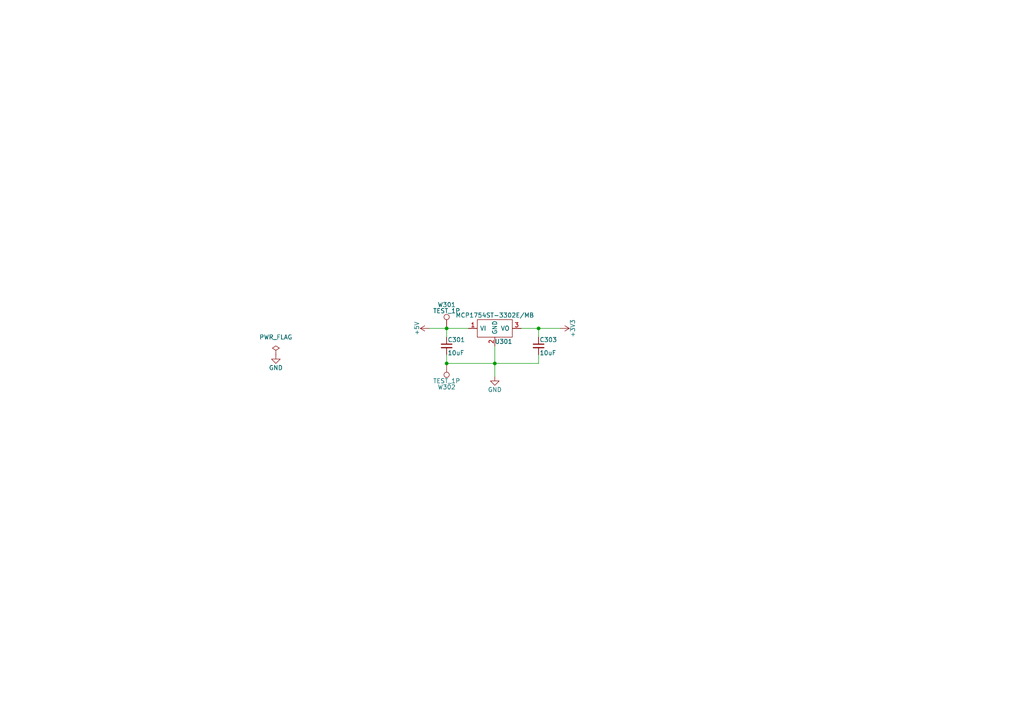
<source format=kicad_sch>
(kicad_sch
	(version 20250114)
	(generator "eeschema")
	(generator_version "9.0")
	(uuid "39d87073-d9c4-4791-9080-d5596f50f1b0")
	(paper "A4")
	(lib_symbols
		(symbol "+3V3_1"
			(power)
			(pin_names
				(offset 0)
			)
			(exclude_from_sim no)
			(in_bom yes)
			(on_board yes)
			(property "Reference" "#PWR"
				(at 0 -3.81 0)
				(effects
					(font
						(size 1.27 1.27)
					)
					(hide yes)
				)
			)
			(property "Value" "+3V3"
				(at 0 3.556 0)
				(effects
					(font
						(size 1.27 1.27)
					)
				)
			)
			(property "Footprint" ""
				(at 0 0 0)
				(effects
					(font
						(size 1.27 1.27)
					)
				)
			)
			(property "Datasheet" ""
				(at 0 0 0)
				(effects
					(font
						(size 1.27 1.27)
					)
				)
			)
			(property "Description" ""
				(at 0 0 0)
				(effects
					(font
						(size 1.27 1.27)
					)
					(hide yes)
				)
			)
			(property "Field5" ""
				(at 0 0 0)
				(effects
					(font
						(size 1.27 1.27)
					)
					(hide yes)
				)
			)
			(symbol "+3V3_1_0_1"
				(polyline
					(pts
						(xy -0.762 1.27) (xy 0 2.54)
					)
					(stroke
						(width 0)
						(type solid)
					)
					(fill
						(type none)
					)
				)
				(polyline
					(pts
						(xy 0 2.54) (xy 0.762 1.27)
					)
					(stroke
						(width 0)
						(type solid)
					)
					(fill
						(type none)
					)
				)
				(polyline
					(pts
						(xy 0 0) (xy 0 2.54)
					)
					(stroke
						(width 0)
						(type solid)
					)
					(fill
						(type none)
					)
				)
			)
			(symbol "+3V3_1_1_1"
				(pin power_in line
					(at 0 0 90)
					(length 0)
					(hide yes)
					(name "+3V3"
						(effects
							(font
								(size 1.27 1.27)
							)
						)
					)
					(number "1"
						(effects
							(font
								(size 1.27 1.27)
							)
						)
					)
				)
			)
			(embedded_fonts no)
		)
		(symbol "+3V3_2"
			(power)
			(pin_names
				(offset 0)
			)
			(exclude_from_sim no)
			(in_bom yes)
			(on_board yes)
			(property "Reference" "#PWR"
				(at 0 -3.81 0)
				(effects
					(font
						(size 1.27 1.27)
					)
					(hide yes)
				)
			)
			(property "Value" "+3V3"
				(at 0 3.556 0)
				(effects
					(font
						(size 1.27 1.27)
					)
				)
			)
			(property "Footprint" ""
				(at 0 0 0)
				(effects
					(font
						(size 1.27 1.27)
					)
				)
			)
			(property "Datasheet" ""
				(at 0 0 0)
				(effects
					(font
						(size 1.27 1.27)
					)
				)
			)
			(property "Description" ""
				(at 0 0 0)
				(effects
					(font
						(size 1.27 1.27)
					)
					(hide yes)
				)
			)
			(property "Field5" ""
				(at 0 0 0)
				(effects
					(font
						(size 1.27 1.27)
					)
					(hide yes)
				)
			)
			(symbol "+3V3_2_0_1"
				(polyline
					(pts
						(xy -0.762 1.27) (xy 0 2.54)
					)
					(stroke
						(width 0)
						(type solid)
					)
					(fill
						(type none)
					)
				)
				(polyline
					(pts
						(xy 0 2.54) (xy 0.762 1.27)
					)
					(stroke
						(width 0)
						(type solid)
					)
					(fill
						(type none)
					)
				)
				(polyline
					(pts
						(xy 0 0) (xy 0 2.54)
					)
					(stroke
						(width 0)
						(type solid)
					)
					(fill
						(type none)
					)
				)
			)
			(symbol "+3V3_2_1_1"
				(pin power_in line
					(at 0 0 90)
					(length 0)
					(hide yes)
					(name "+3V3"
						(effects
							(font
								(size 1.27 1.27)
							)
						)
					)
					(number "1"
						(effects
							(font
								(size 1.27 1.27)
							)
						)
					)
				)
			)
			(embedded_fonts no)
		)
		(symbol "+5V_1"
			(power)
			(pin_names
				(offset 0)
			)
			(exclude_from_sim no)
			(in_bom yes)
			(on_board yes)
			(property "Reference" "#PWR"
				(at 0 -3.81 0)
				(effects
					(font
						(size 1.27 1.27)
					)
					(hide yes)
				)
			)
			(property "Value" "+5V"
				(at 0 3.556 0)
				(effects
					(font
						(size 1.27 1.27)
					)
				)
			)
			(property "Footprint" ""
				(at 0 0 0)
				(effects
					(font
						(size 1.27 1.27)
					)
				)
			)
			(property "Datasheet" ""
				(at 0 0 0)
				(effects
					(font
						(size 1.27 1.27)
					)
				)
			)
			(property "Description" ""
				(at 0 0 0)
				(effects
					(font
						(size 1.27 1.27)
					)
					(hide yes)
				)
			)
			(property "Field5" ""
				(at 0 0 0)
				(effects
					(font
						(size 1.27 1.27)
					)
					(hide yes)
				)
			)
			(symbol "+5V_1_0_1"
				(polyline
					(pts
						(xy -0.762 1.27) (xy 0 2.54)
					)
					(stroke
						(width 0)
						(type solid)
					)
					(fill
						(type none)
					)
				)
				(polyline
					(pts
						(xy 0 2.54) (xy 0.762 1.27)
					)
					(stroke
						(width 0)
						(type solid)
					)
					(fill
						(type none)
					)
				)
				(polyline
					(pts
						(xy 0 0) (xy 0 2.54)
					)
					(stroke
						(width 0)
						(type solid)
					)
					(fill
						(type none)
					)
				)
			)
			(symbol "+5V_1_1_1"
				(pin power_in line
					(at 0 0 90)
					(length 0)
					(hide yes)
					(name "+5V"
						(effects
							(font
								(size 1.27 1.27)
							)
						)
					)
					(number "1"
						(effects
							(font
								(size 1.27 1.27)
							)
						)
					)
				)
			)
			(embedded_fonts no)
		)
		(symbol "+5V_2"
			(power)
			(pin_names
				(offset 0)
			)
			(exclude_from_sim no)
			(in_bom yes)
			(on_board yes)
			(property "Reference" "#PWR"
				(at 0 -3.81 0)
				(effects
					(font
						(size 1.27 1.27)
					)
					(hide yes)
				)
			)
			(property "Value" "+5V"
				(at 0 3.556 0)
				(effects
					(font
						(size 1.27 1.27)
					)
				)
			)
			(property "Footprint" ""
				(at 0 0 0)
				(effects
					(font
						(size 1.27 1.27)
					)
				)
			)
			(property "Datasheet" ""
				(at 0 0 0)
				(effects
					(font
						(size 1.27 1.27)
					)
				)
			)
			(property "Description" ""
				(at 0 0 0)
				(effects
					(font
						(size 1.27 1.27)
					)
					(hide yes)
				)
			)
			(property "Field5" ""
				(at 0 0 0)
				(effects
					(font
						(size 1.27 1.27)
					)
					(hide yes)
				)
			)
			(symbol "+5V_2_0_1"
				(polyline
					(pts
						(xy -0.762 1.27) (xy 0 2.54)
					)
					(stroke
						(width 0)
						(type solid)
					)
					(fill
						(type none)
					)
				)
				(polyline
					(pts
						(xy 0 2.54) (xy 0.762 1.27)
					)
					(stroke
						(width 0)
						(type solid)
					)
					(fill
						(type none)
					)
				)
				(polyline
					(pts
						(xy 0 0) (xy 0 2.54)
					)
					(stroke
						(width 0)
						(type solid)
					)
					(fill
						(type none)
					)
				)
			)
			(symbol "+5V_2_1_1"
				(pin power_in line
					(at 0 0 90)
					(length 0)
					(hide yes)
					(name "+5V"
						(effects
							(font
								(size 1.27 1.27)
							)
						)
					)
					(number "1"
						(effects
							(font
								(size 1.27 1.27)
							)
						)
					)
				)
			)
			(embedded_fonts no)
		)
		(symbol "C_Small_1"
			(pin_numbers
				(hide yes)
			)
			(pin_names
				(offset 0.254)
				(hide yes)
			)
			(exclude_from_sim no)
			(in_bom yes)
			(on_board yes)
			(property "Reference" "C"
				(at 0.254 1.778 0)
				(effects
					(font
						(size 1.27 1.27)
					)
					(justify left)
				)
			)
			(property "Value" "C_Small"
				(at 0.254 -2.032 0)
				(effects
					(font
						(size 1.27 1.27)
					)
					(justify left)
				)
			)
			(property "Footprint" ""
				(at 0 0 0)
				(effects
					(font
						(size 1.27 1.27)
					)
				)
			)
			(property "Datasheet" ""
				(at 0 0 0)
				(effects
					(font
						(size 1.27 1.27)
					)
				)
			)
			(property "Description" ""
				(at 0 0 0)
				(effects
					(font
						(size 1.27 1.27)
					)
					(hide yes)
				)
			)
			(property "Field5" ""
				(at 0 0 0)
				(effects
					(font
						(size 1.27 1.27)
					)
					(hide yes)
				)
			)
			(property "ki_fp_filters" "C? C_????_* C_???? SMD*_c Capacitor*"
				(at 0 0 0)
				(effects
					(font
						(size 1.27 1.27)
					)
					(hide yes)
				)
			)
			(symbol "C_Small_1_0_1"
				(polyline
					(pts
						(xy -1.524 0.508) (xy 1.524 0.508)
					)
					(stroke
						(width 0.3048)
						(type solid)
					)
					(fill
						(type none)
					)
				)
				(polyline
					(pts
						(xy -1.524 -0.508) (xy 1.524 -0.508)
					)
					(stroke
						(width 0.3302)
						(type solid)
					)
					(fill
						(type none)
					)
				)
			)
			(symbol "C_Small_1_1_1"
				(pin passive line
					(at 0 2.54 270)
					(length 1.905)
					(name "~"
						(effects
							(font
								(size 1.016 1.016)
							)
						)
					)
					(number "1"
						(effects
							(font
								(size 1.016 1.016)
							)
						)
					)
				)
				(pin passive line
					(at 0 -2.54 90)
					(length 2.032)
					(name "~"
						(effects
							(font
								(size 1.016 1.016)
							)
						)
					)
					(number "2"
						(effects
							(font
								(size 1.016 1.016)
							)
						)
					)
				)
			)
			(embedded_fonts no)
		)
		(symbol "C_Small_2"
			(pin_numbers
				(hide yes)
			)
			(pin_names
				(offset 0.254)
				(hide yes)
			)
			(exclude_from_sim no)
			(in_bom yes)
			(on_board yes)
			(property "Reference" "C"
				(at 0.254 1.778 0)
				(effects
					(font
						(size 1.27 1.27)
					)
					(justify left)
				)
			)
			(property "Value" "C_Small"
				(at 0.254 -2.032 0)
				(effects
					(font
						(size 1.27 1.27)
					)
					(justify left)
				)
			)
			(property "Footprint" ""
				(at 0 0 0)
				(effects
					(font
						(size 1.27 1.27)
					)
				)
			)
			(property "Datasheet" ""
				(at 0 0 0)
				(effects
					(font
						(size 1.27 1.27)
					)
				)
			)
			(property "Description" ""
				(at 0 0 0)
				(effects
					(font
						(size 1.27 1.27)
					)
					(hide yes)
				)
			)
			(property "Field5" ""
				(at 0 0 0)
				(effects
					(font
						(size 1.27 1.27)
					)
					(hide yes)
				)
			)
			(property "ki_fp_filters" "C? C_????_* C_???? SMD*_c Capacitor*"
				(at 0 0 0)
				(effects
					(font
						(size 1.27 1.27)
					)
					(hide yes)
				)
			)
			(symbol "C_Small_2_0_1"
				(polyline
					(pts
						(xy -1.524 0.508) (xy 1.524 0.508)
					)
					(stroke
						(width 0.3048)
						(type solid)
					)
					(fill
						(type none)
					)
				)
				(polyline
					(pts
						(xy -1.524 -0.508) (xy 1.524 -0.508)
					)
					(stroke
						(width 0.3302)
						(type solid)
					)
					(fill
						(type none)
					)
				)
			)
			(symbol "C_Small_2_1_1"
				(pin passive line
					(at 0 2.54 270)
					(length 1.905)
					(name "~"
						(effects
							(font
								(size 1.016 1.016)
							)
						)
					)
					(number "1"
						(effects
							(font
								(size 1.016 1.016)
							)
						)
					)
				)
				(pin passive line
					(at 0 -2.54 90)
					(length 2.032)
					(name "~"
						(effects
							(font
								(size 1.016 1.016)
							)
						)
					)
					(number "2"
						(effects
							(font
								(size 1.016 1.016)
							)
						)
					)
				)
			)
			(embedded_fonts no)
		)
		(symbol "C_Small_3"
			(pin_numbers
				(hide yes)
			)
			(pin_names
				(offset 0.254)
				(hide yes)
			)
			(exclude_from_sim no)
			(in_bom yes)
			(on_board yes)
			(property "Reference" "C"
				(at 0.254 1.778 0)
				(effects
					(font
						(size 1.27 1.27)
					)
					(justify left)
				)
			)
			(property "Value" "C_Small"
				(at 0.254 -2.032 0)
				(effects
					(font
						(size 1.27 1.27)
					)
					(justify left)
				)
			)
			(property "Footprint" ""
				(at 0 0 0)
				(effects
					(font
						(size 1.27 1.27)
					)
				)
			)
			(property "Datasheet" ""
				(at 0 0 0)
				(effects
					(font
						(size 1.27 1.27)
					)
				)
			)
			(property "Description" ""
				(at 0 0 0)
				(effects
					(font
						(size 1.27 1.27)
					)
					(hide yes)
				)
			)
			(property "Field5" ""
				(at 0 0 0)
				(effects
					(font
						(size 1.27 1.27)
					)
					(hide yes)
				)
			)
			(property "ki_fp_filters" "C? C_????_* C_???? SMD*_c Capacitor*"
				(at 0 0 0)
				(effects
					(font
						(size 1.27 1.27)
					)
					(hide yes)
				)
			)
			(symbol "C_Small_3_0_1"
				(polyline
					(pts
						(xy -1.524 0.508) (xy 1.524 0.508)
					)
					(stroke
						(width 0.3048)
						(type solid)
					)
					(fill
						(type none)
					)
				)
				(polyline
					(pts
						(xy -1.524 -0.508) (xy 1.524 -0.508)
					)
					(stroke
						(width 0.3302)
						(type solid)
					)
					(fill
						(type none)
					)
				)
			)
			(symbol "C_Small_3_1_1"
				(pin passive line
					(at 0 2.54 270)
					(length 1.905)
					(name "~"
						(effects
							(font
								(size 1.016 1.016)
							)
						)
					)
					(number "1"
						(effects
							(font
								(size 1.016 1.016)
							)
						)
					)
				)
				(pin passive line
					(at 0 -2.54 90)
					(length 2.032)
					(name "~"
						(effects
							(font
								(size 1.016 1.016)
							)
						)
					)
					(number "2"
						(effects
							(font
								(size 1.016 1.016)
							)
						)
					)
				)
			)
			(embedded_fonts no)
		)
		(symbol "C_Small_4"
			(pin_numbers
				(hide yes)
			)
			(pin_names
				(offset 0.254)
				(hide yes)
			)
			(exclude_from_sim no)
			(in_bom yes)
			(on_board yes)
			(property "Reference" "C"
				(at 0.254 1.778 0)
				(effects
					(font
						(size 1.27 1.27)
					)
					(justify left)
				)
			)
			(property "Value" "C_Small"
				(at 0.254 -2.032 0)
				(effects
					(font
						(size 1.27 1.27)
					)
					(justify left)
				)
			)
			(property "Footprint" ""
				(at 0 0 0)
				(effects
					(font
						(size 1.27 1.27)
					)
				)
			)
			(property "Datasheet" ""
				(at 0 0 0)
				(effects
					(font
						(size 1.27 1.27)
					)
				)
			)
			(property "Description" ""
				(at 0 0 0)
				(effects
					(font
						(size 1.27 1.27)
					)
					(hide yes)
				)
			)
			(property "Field5" ""
				(at 0 0 0)
				(effects
					(font
						(size 1.27 1.27)
					)
					(hide yes)
				)
			)
			(property "ki_fp_filters" "C? C_????_* C_???? SMD*_c Capacitor*"
				(at 0 0 0)
				(effects
					(font
						(size 1.27 1.27)
					)
					(hide yes)
				)
			)
			(symbol "C_Small_4_0_1"
				(polyline
					(pts
						(xy -1.524 0.508) (xy 1.524 0.508)
					)
					(stroke
						(width 0.3048)
						(type solid)
					)
					(fill
						(type none)
					)
				)
				(polyline
					(pts
						(xy -1.524 -0.508) (xy 1.524 -0.508)
					)
					(stroke
						(width 0.3302)
						(type solid)
					)
					(fill
						(type none)
					)
				)
			)
			(symbol "C_Small_4_1_1"
				(pin passive line
					(at 0 2.54 270)
					(length 1.905)
					(name "~"
						(effects
							(font
								(size 1.016 1.016)
							)
						)
					)
					(number "1"
						(effects
							(font
								(size 1.016 1.016)
							)
						)
					)
				)
				(pin passive line
					(at 0 -2.54 90)
					(length 2.032)
					(name "~"
						(effects
							(font
								(size 1.016 1.016)
							)
						)
					)
					(number "2"
						(effects
							(font
								(size 1.016 1.016)
							)
						)
					)
				)
			)
			(embedded_fonts no)
		)
		(symbol "GND_1"
			(power)
			(pin_names
				(offset 0)
			)
			(exclude_from_sim no)
			(in_bom yes)
			(on_board yes)
			(property "Reference" "#PWR"
				(at 0 -6.35 0)
				(effects
					(font
						(size 1.27 1.27)
					)
					(hide yes)
				)
			)
			(property "Value" "GND"
				(at 0 -3.81 0)
				(effects
					(font
						(size 1.27 1.27)
					)
				)
			)
			(property "Footprint" ""
				(at 0 0 0)
				(effects
					(font
						(size 1.27 1.27)
					)
				)
			)
			(property "Datasheet" ""
				(at 0 0 0)
				(effects
					(font
						(size 1.27 1.27)
					)
				)
			)
			(property "Description" ""
				(at 0 0 0)
				(effects
					(font
						(size 1.27 1.27)
					)
					(hide yes)
				)
			)
			(property "Field5" ""
				(at 0 0 0)
				(effects
					(font
						(size 1.27 1.27)
					)
					(hide yes)
				)
			)
			(symbol "GND_1_0_1"
				(polyline
					(pts
						(xy 0 0) (xy 0 -1.27) (xy 1.27 -1.27) (xy 0 -2.54) (xy -1.27 -1.27) (xy 0 -1.27)
					)
					(stroke
						(width 0)
						(type solid)
					)
					(fill
						(type none)
					)
				)
			)
			(symbol "GND_1_1_1"
				(pin power_in line
					(at 0 0 270)
					(length 0)
					(hide yes)
					(name "GND"
						(effects
							(font
								(size 1.27 1.27)
							)
						)
					)
					(number "1"
						(effects
							(font
								(size 1.27 1.27)
							)
						)
					)
				)
			)
			(embedded_fonts no)
		)
		(symbol "GND_2"
			(power)
			(pin_names
				(offset 0)
			)
			(exclude_from_sim no)
			(in_bom yes)
			(on_board yes)
			(property "Reference" "#PWR"
				(at 0 -6.35 0)
				(effects
					(font
						(size 1.27 1.27)
					)
					(hide yes)
				)
			)
			(property "Value" "GND"
				(at 0 -3.81 0)
				(effects
					(font
						(size 1.27 1.27)
					)
				)
			)
			(property "Footprint" ""
				(at 0 0 0)
				(effects
					(font
						(size 1.27 1.27)
					)
				)
			)
			(property "Datasheet" ""
				(at 0 0 0)
				(effects
					(font
						(size 1.27 1.27)
					)
				)
			)
			(property "Description" ""
				(at 0 0 0)
				(effects
					(font
						(size 1.27 1.27)
					)
					(hide yes)
				)
			)
			(property "Field5" ""
				(at 0 0 0)
				(effects
					(font
						(size 1.27 1.27)
					)
					(hide yes)
				)
			)
			(symbol "GND_2_0_1"
				(polyline
					(pts
						(xy 0 0) (xy 0 -1.27) (xy 1.27 -1.27) (xy 0 -2.54) (xy -1.27 -1.27) (xy 0 -1.27)
					)
					(stroke
						(width 0)
						(type solid)
					)
					(fill
						(type none)
					)
				)
			)
			(symbol "GND_2_1_1"
				(pin power_in line
					(at 0 0 270)
					(length 0)
					(hide yes)
					(name "GND"
						(effects
							(font
								(size 1.27 1.27)
							)
						)
					)
					(number "1"
						(effects
							(font
								(size 1.27 1.27)
							)
						)
					)
				)
			)
			(embedded_fonts no)
		)
		(symbol "GND_3"
			(power)
			(pin_names
				(offset 0)
			)
			(exclude_from_sim no)
			(in_bom yes)
			(on_board yes)
			(property "Reference" "#PWR"
				(at 0 -6.35 0)
				(effects
					(font
						(size 1.27 1.27)
					)
					(hide yes)
				)
			)
			(property "Value" "GND"
				(at 0 -3.81 0)
				(effects
					(font
						(size 1.27 1.27)
					)
				)
			)
			(property "Footprint" ""
				(at 0 0 0)
				(effects
					(font
						(size 1.27 1.27)
					)
				)
			)
			(property "Datasheet" ""
				(at 0 0 0)
				(effects
					(font
						(size 1.27 1.27)
					)
				)
			)
			(property "Description" ""
				(at 0 0 0)
				(effects
					(font
						(size 1.27 1.27)
					)
					(hide yes)
				)
			)
			(property "Field5" ""
				(at 0 0 0)
				(effects
					(font
						(size 1.27 1.27)
					)
					(hide yes)
				)
			)
			(symbol "GND_3_0_1"
				(polyline
					(pts
						(xy 0 0) (xy 0 -1.27) (xy 1.27 -1.27) (xy 0 -2.54) (xy -1.27 -1.27) (xy 0 -1.27)
					)
					(stroke
						(width 0)
						(type solid)
					)
					(fill
						(type none)
					)
				)
			)
			(symbol "GND_3_1_1"
				(pin power_in line
					(at 0 0 270)
					(length 0)
					(hide yes)
					(name "GND"
						(effects
							(font
								(size 1.27 1.27)
							)
						)
					)
					(number "1"
						(effects
							(font
								(size 1.27 1.27)
							)
						)
					)
				)
			)
			(embedded_fonts no)
		)
		(symbol "GND_4"
			(power)
			(pin_names
				(offset 0)
			)
			(exclude_from_sim no)
			(in_bom yes)
			(on_board yes)
			(property "Reference" "#PWR"
				(at 0 -6.35 0)
				(effects
					(font
						(size 1.27 1.27)
					)
					(hide yes)
				)
			)
			(property "Value" "GND"
				(at 0 -3.81 0)
				(effects
					(font
						(size 1.27 1.27)
					)
				)
			)
			(property "Footprint" ""
				(at 0 0 0)
				(effects
					(font
						(size 1.27 1.27)
					)
				)
			)
			(property "Datasheet" ""
				(at 0 0 0)
				(effects
					(font
						(size 1.27 1.27)
					)
				)
			)
			(property "Description" ""
				(at 0 0 0)
				(effects
					(font
						(size 1.27 1.27)
					)
					(hide yes)
				)
			)
			(property "Field5" ""
				(at 0 0 0)
				(effects
					(font
						(size 1.27 1.27)
					)
					(hide yes)
				)
			)
			(symbol "GND_4_0_1"
				(polyline
					(pts
						(xy 0 0) (xy 0 -1.27) (xy 1.27 -1.27) (xy 0 -2.54) (xy -1.27 -1.27) (xy 0 -1.27)
					)
					(stroke
						(width 0)
						(type solid)
					)
					(fill
						(type none)
					)
				)
			)
			(symbol "GND_4_1_1"
				(pin power_in line
					(at 0 0 270)
					(length 0)
					(hide yes)
					(name "GND"
						(effects
							(font
								(size 1.27 1.27)
							)
						)
					)
					(number "1"
						(effects
							(font
								(size 1.27 1.27)
							)
						)
					)
				)
			)
			(embedded_fonts no)
		)
		(symbol "MCP1754ST-3302E/MB_1"
			(pin_names
				(offset 0.762)
			)
			(exclude_from_sim no)
			(in_bom yes)
			(on_board yes)
			(property "Reference" "U"
				(at 2.54 -3.81 0)
				(effects
					(font
						(size 1.27 1.27)
					)
				)
			)
			(property "Value" "MCP1754ST-3302E/MB"
				(at 0 3.81 0)
				(effects
					(font
						(size 1.27 1.27)
					)
				)
			)
			(property "Footprint" ""
				(at 0 0 0)
				(effects
					(font
						(size 1.27 1.27)
					)
				)
			)
			(property "Datasheet" ""
				(at 0 0 0)
				(effects
					(font
						(size 1.27 1.27)
					)
				)
			)
			(property "Description" ""
				(at 0 0 0)
				(effects
					(font
						(size 1.27 1.27)
					)
					(hide yes)
				)
			)
			(property "Field5" ""
				(at 0 0 0)
				(effects
					(font
						(size 1.27 1.27)
					)
					(hide yes)
				)
			)
			(property "ki_fp_filters" "SOT-89*"
				(at 0 0 0)
				(effects
					(font
						(size 1.27 1.27)
					)
					(hide yes)
				)
			)
			(symbol "MCP1754ST-3302E/MB_1_0_1"
				(rectangle
					(start -5.08 -2.54)
					(end 5.08 2.54)
					(stroke
						(width 0)
						(type solid)
					)
					(fill
						(type none)
					)
				)
			)
			(symbol "MCP1754ST-3302E/MB_1_1_1"
				(pin power_in line
					(at -7.62 0 0)
					(length 2.54)
					(name "VI"
						(effects
							(font
								(size 1.27 1.27)
							)
						)
					)
					(number "1"
						(effects
							(font
								(size 1.27 1.27)
							)
						)
					)
				)
				(pin power_in line
					(at 0 -5.08 90)
					(length 2.54)
					(name "GND"
						(effects
							(font
								(size 1.27 1.27)
							)
						)
					)
					(number "2"
						(effects
							(font
								(size 1.27 1.27)
							)
						)
					)
				)
				(pin power_out line
					(at 7.62 0 180)
					(length 2.54)
					(name "VO"
						(effects
							(font
								(size 1.27 1.27)
							)
						)
					)
					(number "3"
						(effects
							(font
								(size 1.27 1.27)
							)
						)
					)
				)
			)
			(embedded_fonts no)
		)
		(symbol "MCP1754ST-3302E/MB_2"
			(pin_names
				(offset 0.762)
			)
			(exclude_from_sim no)
			(in_bom yes)
			(on_board yes)
			(property "Reference" "U"
				(at 2.54 -3.81 0)
				(effects
					(font
						(size 1.27 1.27)
					)
				)
			)
			(property "Value" "MCP1754ST-3302E/MB"
				(at 0 3.81 0)
				(effects
					(font
						(size 1.27 1.27)
					)
				)
			)
			(property "Footprint" ""
				(at 0 0 0)
				(effects
					(font
						(size 1.27 1.27)
					)
				)
			)
			(property "Datasheet" ""
				(at 0 0 0)
				(effects
					(font
						(size 1.27 1.27)
					)
				)
			)
			(property "Description" ""
				(at 0 0 0)
				(effects
					(font
						(size 1.27 1.27)
					)
					(hide yes)
				)
			)
			(property "Field5" ""
				(at 0 0 0)
				(effects
					(font
						(size 1.27 1.27)
					)
					(hide yes)
				)
			)
			(property "ki_fp_filters" "SOT-89*"
				(at 0 0 0)
				(effects
					(font
						(size 1.27 1.27)
					)
					(hide yes)
				)
			)
			(symbol "MCP1754ST-3302E/MB_2_0_1"
				(rectangle
					(start -5.08 -2.54)
					(end 5.08 2.54)
					(stroke
						(width 0)
						(type solid)
					)
					(fill
						(type none)
					)
				)
			)
			(symbol "MCP1754ST-3302E/MB_2_1_1"
				(pin power_in line
					(at -7.62 0 0)
					(length 2.54)
					(name "VI"
						(effects
							(font
								(size 1.27 1.27)
							)
						)
					)
					(number "1"
						(effects
							(font
								(size 1.27 1.27)
							)
						)
					)
				)
				(pin power_in line
					(at 0 -5.08 90)
					(length 2.54)
					(name "GND"
						(effects
							(font
								(size 1.27 1.27)
							)
						)
					)
					(number "2"
						(effects
							(font
								(size 1.27 1.27)
							)
						)
					)
				)
				(pin power_out line
					(at 7.62 0 180)
					(length 2.54)
					(name "VO"
						(effects
							(font
								(size 1.27 1.27)
							)
						)
					)
					(number "3"
						(effects
							(font
								(size 1.27 1.27)
							)
						)
					)
				)
			)
			(embedded_fonts no)
		)
		(symbol "TEST_1P_1"
			(pin_numbers
				(hide yes)
			)
			(pin_names
				(offset 0.762)
				(hide yes)
			)
			(exclude_from_sim no)
			(in_bom yes)
			(on_board yes)
			(property "Reference" "W"
				(at 0 6.858 0)
				(effects
					(font
						(size 1.27 1.27)
					)
				)
			)
			(property "Value" "TEST_1P"
				(at 0 5.08 0)
				(effects
					(font
						(size 1.27 1.27)
					)
				)
			)
			(property "Footprint" ""
				(at 5.08 0 0)
				(effects
					(font
						(size 1.27 1.27)
					)
				)
			)
			(property "Datasheet" ""
				(at 5.08 0 0)
				(effects
					(font
						(size 1.27 1.27)
					)
				)
			)
			(property "Description" ""
				(at 0 0 0)
				(effects
					(font
						(size 1.27 1.27)
					)
					(hide yes)
				)
			)
			(property "Field5" ""
				(at 0 0 0)
				(effects
					(font
						(size 1.27 1.27)
					)
					(hide yes)
				)
			)
			(symbol "TEST_1P_1_0_1"
				(circle
					(center 0 3.302)
					(radius 0.762)
					(stroke
						(width 0)
						(type solid)
					)
					(fill
						(type none)
					)
				)
			)
			(symbol "TEST_1P_1_1_1"
				(pin passive line
					(at 0 0 90)
					(length 2.54)
					(name "1"
						(effects
							(font
								(size 1.27 1.27)
							)
						)
					)
					(number "1"
						(effects
							(font
								(size 1.27 1.27)
							)
						)
					)
				)
			)
			(embedded_fonts no)
		)
		(symbol "TEST_1P_2"
			(pin_numbers
				(hide yes)
			)
			(pin_names
				(offset 0.762)
				(hide yes)
			)
			(exclude_from_sim no)
			(in_bom yes)
			(on_board yes)
			(property "Reference" "W"
				(at 0 6.858 0)
				(effects
					(font
						(size 1.27 1.27)
					)
				)
			)
			(property "Value" "TEST_1P"
				(at 0 5.08 0)
				(effects
					(font
						(size 1.27 1.27)
					)
				)
			)
			(property "Footprint" ""
				(at 5.08 0 0)
				(effects
					(font
						(size 1.27 1.27)
					)
				)
			)
			(property "Datasheet" ""
				(at 5.08 0 0)
				(effects
					(font
						(size 1.27 1.27)
					)
				)
			)
			(property "Description" ""
				(at 0 0 0)
				(effects
					(font
						(size 1.27 1.27)
					)
					(hide yes)
				)
			)
			(property "Field5" ""
				(at 0 0 0)
				(effects
					(font
						(size 1.27 1.27)
					)
					(hide yes)
				)
			)
			(symbol "TEST_1P_2_0_1"
				(circle
					(center 0 3.302)
					(radius 0.762)
					(stroke
						(width 0)
						(type solid)
					)
					(fill
						(type none)
					)
				)
			)
			(symbol "TEST_1P_2_1_1"
				(pin passive line
					(at 0 0 90)
					(length 2.54)
					(name "1"
						(effects
							(font
								(size 1.27 1.27)
							)
						)
					)
					(number "1"
						(effects
							(font
								(size 1.27 1.27)
							)
						)
					)
				)
			)
			(embedded_fonts no)
		)
		(symbol "TEST_1P_3"
			(pin_numbers
				(hide yes)
			)
			(pin_names
				(offset 0.762)
				(hide yes)
			)
			(exclude_from_sim no)
			(in_bom yes)
			(on_board yes)
			(property "Reference" "W"
				(at 0 6.858 0)
				(effects
					(font
						(size 1.27 1.27)
					)
				)
			)
			(property "Value" "TEST_1P"
				(at 0 5.08 0)
				(effects
					(font
						(size 1.27 1.27)
					)
				)
			)
			(property "Footprint" ""
				(at 5.08 0 0)
				(effects
					(font
						(size 1.27 1.27)
					)
				)
			)
			(property "Datasheet" ""
				(at 5.08 0 0)
				(effects
					(font
						(size 1.27 1.27)
					)
				)
			)
			(property "Description" ""
				(at 0 0 0)
				(effects
					(font
						(size 1.27 1.27)
					)
					(hide yes)
				)
			)
			(property "Field5" ""
				(at 0 0 0)
				(effects
					(font
						(size 1.27 1.27)
					)
					(hide yes)
				)
			)
			(symbol "TEST_1P_3_0_1"
				(circle
					(center 0 3.302)
					(radius 0.762)
					(stroke
						(width 0)
						(type solid)
					)
					(fill
						(type none)
					)
				)
			)
			(symbol "TEST_1P_3_1_1"
				(pin passive line
					(at 0 0 90)
					(length 2.54)
					(name "1"
						(effects
							(font
								(size 1.27 1.27)
							)
						)
					)
					(number "1"
						(effects
							(font
								(size 1.27 1.27)
							)
						)
					)
				)
			)
			(embedded_fonts no)
		)
		(symbol "TEST_1P_4"
			(pin_numbers
				(hide yes)
			)
			(pin_names
				(offset 0.762)
				(hide yes)
			)
			(exclude_from_sim no)
			(in_bom yes)
			(on_board yes)
			(property "Reference" "W"
				(at 0 6.858 0)
				(effects
					(font
						(size 1.27 1.27)
					)
				)
			)
			(property "Value" "TEST_1P"
				(at 0 5.08 0)
				(effects
					(font
						(size 1.27 1.27)
					)
				)
			)
			(property "Footprint" ""
				(at 5.08 0 0)
				(effects
					(font
						(size 1.27 1.27)
					)
				)
			)
			(property "Datasheet" ""
				(at 5.08 0 0)
				(effects
					(font
						(size 1.27 1.27)
					)
				)
			)
			(property "Description" ""
				(at 0 0 0)
				(effects
					(font
						(size 1.27 1.27)
					)
					(hide yes)
				)
			)
			(property "Field5" ""
				(at 0 0 0)
				(effects
					(font
						(size 1.27 1.27)
					)
					(hide yes)
				)
			)
			(symbol "TEST_1P_4_0_1"
				(circle
					(center 0 3.302)
					(radius 0.762)
					(stroke
						(width 0)
						(type solid)
					)
					(fill
						(type none)
					)
				)
			)
			(symbol "TEST_1P_4_1_1"
				(pin passive line
					(at 0 0 90)
					(length 2.54)
					(name "1"
						(effects
							(font
								(size 1.27 1.27)
							)
						)
					)
					(number "1"
						(effects
							(font
								(size 1.27 1.27)
							)
						)
					)
				)
			)
			(embedded_fonts no)
		)
		(symbol "power:PWR_FLAG"
			(power)
			(pin_numbers
				(hide yes)
			)
			(pin_names
				(offset 0)
				(hide yes)
			)
			(exclude_from_sim no)
			(in_bom yes)
			(on_board yes)
			(property "Reference" "#FLG"
				(at 0 1.905 0)
				(effects
					(font
						(size 1.27 1.27)
					)
					(hide yes)
				)
			)
			(property "Value" "PWR_FLAG"
				(at 0 3.81 0)
				(effects
					(font
						(size 1.27 1.27)
					)
				)
			)
			(property "Footprint" ""
				(at 0 0 0)
				(effects
					(font
						(size 1.27 1.27)
					)
					(hide yes)
				)
			)
			(property "Datasheet" "~"
				(at 0 0 0)
				(effects
					(font
						(size 1.27 1.27)
					)
					(hide yes)
				)
			)
			(property "Description" "Special symbol for telling ERC where power comes from"
				(at 0 0 0)
				(effects
					(font
						(size 1.27 1.27)
					)
					(hide yes)
				)
			)
			(property "ki_keywords" "flag power"
				(at 0 0 0)
				(effects
					(font
						(size 1.27 1.27)
					)
					(hide yes)
				)
			)
			(symbol "PWR_FLAG_0_0"
				(pin power_out line
					(at 0 0 90)
					(length 0)
					(name "~"
						(effects
							(font
								(size 1.27 1.27)
							)
						)
					)
					(number "1"
						(effects
							(font
								(size 1.27 1.27)
							)
						)
					)
				)
			)
			(symbol "PWR_FLAG_0_1"
				(polyline
					(pts
						(xy 0 0) (xy 0 1.27) (xy -1.016 1.905) (xy 0 2.54) (xy 1.016 1.905) (xy 0 1.27)
					)
					(stroke
						(width 0)
						(type default)
					)
					(fill
						(type none)
					)
				)
			)
			(embedded_fonts no)
		)
	)
	(junction
		(at 143.51 105.41)
		(diameter 0)
		(color 0 0 0 0)
		(uuid "1efa21da-f916-4e9b-8b96-3764bf14e703")
	)
	(junction
		(at 156.21 95.25)
		(diameter 0)
		(color 0 0 0 0)
		(uuid "60e8ccd9-b2af-4038-bd43-e5c725e01aa7")
	)
	(junction
		(at 129.54 95.25)
		(diameter 0)
		(color 0 0 0 0)
		(uuid "b31dcb48-5ba2-4732-a488-a79554812648")
	)
	(junction
		(at 129.54 105.41)
		(diameter 0)
		(color 0 0 0 0)
		(uuid "be5281fa-0fec-43cd-9298-a49a4a73cf3e")
	)
	(wire
		(pts
			(xy 129.54 95.25) (xy 135.89 95.25)
		)
		(stroke
			(width 0)
			(type default)
		)
		(uuid "030f136f-61b3-4ae8-94c3-f6cac9f46d82")
	)
	(wire
		(pts
			(xy 156.21 97.79) (xy 156.21 95.25)
		)
		(stroke
			(width 0)
			(type default)
		)
		(uuid "041949e4-a181-4ad8-a86b-c548987a6eb3")
	)
	(wire
		(pts
			(xy 143.51 100.33) (xy 143.51 105.41)
		)
		(stroke
			(width 0)
			(type default)
		)
		(uuid "06b13eb4-9492-4cd9-b069-3bd988b4022d")
	)
	(wire
		(pts
			(xy 129.54 105.41) (xy 143.51 105.41)
		)
		(stroke
			(width 0)
			(type default)
		)
		(uuid "0b659f76-99c7-4734-90cd-832f98cfd8b1")
	)
	(wire
		(pts
			(xy 143.51 105.41) (xy 156.21 105.41)
		)
		(stroke
			(width 0)
			(type default)
		)
		(uuid "2e335146-fe28-4d0d-8ebe-970ef464b809")
	)
	(wire
		(pts
			(xy 156.21 105.41) (xy 156.21 102.87)
		)
		(stroke
			(width 0)
			(type default)
		)
		(uuid "55f3d8cf-ce07-4bbd-a8ce-6e77ddf2064f")
	)
	(wire
		(pts
			(xy 129.54 97.79) (xy 129.54 95.25)
		)
		(stroke
			(width 0)
			(type default)
		)
		(uuid "572b86b2-123a-4447-8ddc-4b93a6b1711b")
	)
	(wire
		(pts
			(xy 129.54 102.87) (xy 129.54 105.41)
		)
		(stroke
			(width 0)
			(type default)
		)
		(uuid "83309fc4-8461-4d0f-bff3-c2972aef0ec8")
	)
	(wire
		(pts
			(xy 156.21 95.25) (xy 162.56 95.25)
		)
		(stroke
			(width 0)
			(type default)
		)
		(uuid "8828591c-5b1e-4e84-ac90-cafabd0d45e5")
	)
	(wire
		(pts
			(xy 151.13 95.25) (xy 156.21 95.25)
		)
		(stroke
			(width 0)
			(type default)
		)
		(uuid "8a8da60f-36ec-4f69-96d1-afe2d6690bf4")
	)
	(wire
		(pts
			(xy 124.46 95.25) (xy 129.54 95.25)
		)
		(stroke
			(width 0)
			(type default)
		)
		(uuid "ddef67bc-6583-4106-aa4f-ba18a855375e")
	)
	(wire
		(pts
			(xy 143.51 105.41) (xy 143.51 109.22)
		)
		(stroke
			(width 0)
			(type default)
		)
		(uuid "e5974531-703c-43fd-a10d-967b20a812c5")
	)
	(symbol
		(lib_name "MCP1754ST-3302E/MB_2")
		(lib_id "candleLight-rescue:MCP1754ST-3302E/MB")
		(at 143.51 95.25 0)
		(unit 1)
		(exclude_from_sim no)
		(in_bom yes)
		(on_board yes)
		(dnp no)
		(uuid "00000000-0000-0000-0000-000056f609e7")
		(property "Reference" "U301"
			(at 146.05 99.06 0)
			(effects
				(font
					(size 1.27 1.27)
				)
			)
		)
		(property "Value" "MCP1754ST-3302E/MB"
			(at 143.51 91.44 0)
			(effects
				(font
					(size 1.27 1.27)
				)
			)
		)
		(property "Footprint" "Package_TO_SOT_SMD:SOT-89-3"
			(at 143.51 95.25 0)
			(effects
				(font
					(size 1.27 1.27)
				)
				(hide yes)
			)
		)
		(property "Datasheet" ""
			(at 143.51 95.25 0)
			(effects
				(font
					(size 1.27 1.27)
				)
			)
		)
		(property "Description" ""
			(at 143.51 95.25 0)
			(effects
				(font
					(size 1.27 1.27)
				)
			)
		)
		(pin "2"
			(uuid "11af6aea-fc50-4e44-bc02-386b4ba74eb3")
		)
		(pin "3"
			(uuid "5c8354bc-13f0-4a12-bb26-e6663b1d5df2")
		)
		(pin "1"
			(uuid "12e33776-b5fd-47b1-b129-ab153871e3bc")
		)
		(instances
			(project "candleLight"
				(path "/8ad3dade-ecc8-451e-9a3d-eee88fcc5acc/00000000-0000-0000-0000-000056f3b1a0"
					(reference "U301")
					(unit 1)
				)
			)
		)
	)
	(symbol
		(lib_name "GND_3")
		(lib_id "candleLight-rescue:GND")
		(at 143.51 109.22 0)
		(unit 1)
		(exclude_from_sim no)
		(in_bom yes)
		(on_board yes)
		(dnp no)
		(uuid "00000000-0000-0000-0000-000056f60a54")
		(property "Reference" "#PWR019"
			(at 143.51 115.57 0)
			(effects
				(font
					(size 1.27 1.27)
				)
				(hide yes)
			)
		)
		(property "Value" "GND"
			(at 143.51 113.03 0)
			(effects
				(font
					(size 1.27 1.27)
				)
			)
		)
		(property "Footprint" ""
			(at 143.51 109.22 0)
			(effects
				(font
					(size 1.27 1.27)
				)
			)
		)
		(property "Datasheet" ""
			(at 143.51 109.22 0)
			(effects
				(font
					(size 1.27 1.27)
				)
			)
		)
		(property "Description" ""
			(at 143.51 109.22 0)
			(effects
				(font
					(size 1.27 1.27)
				)
			)
		)
		(pin "1"
			(uuid "cdfcc0c7-9123-4713-8606-d53b563cf1f2")
		)
		(instances
			(project "candleLight"
				(path "/8ad3dade-ecc8-451e-9a3d-eee88fcc5acc/00000000-0000-0000-0000-000056f3b1a0"
					(reference "#PWR019")
					(unit 1)
				)
			)
		)
	)
	(symbol
		(lib_name "+5V_2")
		(lib_id "candleLight-rescue:+5V")
		(at 124.46 95.25 90)
		(unit 1)
		(exclude_from_sim no)
		(in_bom yes)
		(on_board yes)
		(dnp no)
		(uuid "00000000-0000-0000-0000-000056f60a70")
		(property "Reference" "#PWR020"
			(at 128.27 95.25 0)
			(effects
				(font
					(size 1.27 1.27)
				)
				(hide yes)
			)
		)
		(property "Value" "+5V"
			(at 120.904 95.25 0)
			(effects
				(font
					(size 1.27 1.27)
				)
			)
		)
		(property "Footprint" ""
			(at 124.46 95.25 0)
			(effects
				(font
					(size 1.27 1.27)
				)
			)
		)
		(property "Datasheet" ""
			(at 124.46 95.25 0)
			(effects
				(font
					(size 1.27 1.27)
				)
			)
		)
		(property "Description" ""
			(at 124.46 95.25 0)
			(effects
				(font
					(size 1.27 1.27)
				)
			)
		)
		(pin "1"
			(uuid "336e4000-86e1-4306-9d52-668e5bb8194b")
		)
		(instances
			(project "candleLight"
				(path "/8ad3dade-ecc8-451e-9a3d-eee88fcc5acc/00000000-0000-0000-0000-000056f3b1a0"
					(reference "#PWR020")
					(unit 1)
				)
			)
		)
	)
	(symbol
		(lib_name "+3V3_2")
		(lib_id "candleLight-rescue:+3V3")
		(at 162.56 95.25 270)
		(unit 1)
		(exclude_from_sim no)
		(in_bom yes)
		(on_board yes)
		(dnp no)
		(uuid "00000000-0000-0000-0000-000056f60a9d")
		(property "Reference" "#PWR021"
			(at 158.75 95.25 0)
			(effects
				(font
					(size 1.27 1.27)
				)
				(hide yes)
			)
		)
		(property "Value" "+3V3"
			(at 166.116 95.25 0)
			(effects
				(font
					(size 1.27 1.27)
				)
			)
		)
		(property "Footprint" ""
			(at 162.56 95.25 0)
			(effects
				(font
					(size 1.27 1.27)
				)
			)
		)
		(property "Datasheet" ""
			(at 162.56 95.25 0)
			(effects
				(font
					(size 1.27 1.27)
				)
			)
		)
		(property "Description" ""
			(at 162.56 95.25 0)
			(effects
				(font
					(size 1.27 1.27)
				)
			)
		)
		(pin "1"
			(uuid "86d6fdbe-7a48-45d7-a143-4778f6d1839a")
		)
		(instances
			(project "candleLight"
				(path "/8ad3dade-ecc8-451e-9a3d-eee88fcc5acc/00000000-0000-0000-0000-000056f3b1a0"
					(reference "#PWR021")
					(unit 1)
				)
			)
		)
	)
	(symbol
		(lib_name "C_Small_4")
		(lib_id "candleLight-rescue:C_Small")
		(at 129.54 100.33 0)
		(unit 1)
		(exclude_from_sim no)
		(in_bom yes)
		(on_board yes)
		(dnp no)
		(uuid "00000000-0000-0000-0000-000056f60bbb")
		(property "Reference" "C301"
			(at 129.794 98.552 0)
			(effects
				(font
					(size 1.27 1.27)
				)
				(justify left)
			)
		)
		(property "Value" "10uF"
			(at 129.794 102.362 0)
			(effects
				(font
					(size 1.27 1.27)
				)
				(justify left)
			)
		)
		(property "Footprint" "Capacitor_SMD:C_0805_2012Metric"
			(at 129.54 100.33 0)
			(effects
				(font
					(size 1.27 1.27)
				)
				(hide yes)
			)
		)
		(property "Datasheet" ""
			(at 129.54 100.33 0)
			(effects
				(font
					(size 1.27 1.27)
				)
			)
		)
		(property "Description" ""
			(at 129.54 100.33 0)
			(effects
				(font
					(size 1.27 1.27)
				)
			)
		)
		(pin "2"
			(uuid "4a9c7aa8-4278-47b1-8553-18c6ee39c192")
		)
		(pin "1"
			(uuid "e9f17832-d41d-459a-b2bc-c37debad77eb")
		)
		(instances
			(project "candleLight"
				(path "/8ad3dade-ecc8-451e-9a3d-eee88fcc5acc/00000000-0000-0000-0000-000056f3b1a0"
					(reference "C301")
					(unit 1)
				)
			)
		)
	)
	(symbol
		(lib_name "C_Small_3")
		(lib_id "candleLight-rescue:C_Small")
		(at 156.21 100.33 0)
		(unit 1)
		(exclude_from_sim no)
		(in_bom yes)
		(on_board yes)
		(dnp no)
		(uuid "00000000-0000-0000-0000-000056f611d6")
		(property "Reference" "C303"
			(at 156.464 98.552 0)
			(effects
				(font
					(size 1.27 1.27)
				)
				(justify left)
			)
		)
		(property "Value" "10uF"
			(at 156.464 102.362 0)
			(effects
				(font
					(size 1.27 1.27)
				)
				(justify left)
			)
		)
		(property "Footprint" "Capacitor_SMD:C_0805_2012Metric"
			(at 156.21 100.33 0)
			(effects
				(font
					(size 1.27 1.27)
				)
				(hide yes)
			)
		)
		(property "Datasheet" ""
			(at 156.21 100.33 0)
			(effects
				(font
					(size 1.27 1.27)
				)
			)
		)
		(property "Description" ""
			(at 156.21 100.33 0)
			(effects
				(font
					(size 1.27 1.27)
				)
			)
		)
		(pin "2"
			(uuid "26d0bd38-350b-4766-96c4-f3d123db4a52")
		)
		(pin "1"
			(uuid "ed6034ab-0450-4372-8eb7-cc2bd8a1f5e1")
		)
		(instances
			(project "candleLight"
				(path "/8ad3dade-ecc8-451e-9a3d-eee88fcc5acc/00000000-0000-0000-0000-000056f3b1a0"
					(reference "C303")
					(unit 1)
				)
			)
		)
	)
	(symbol
		(lib_name "TEST_1P_3")
		(lib_id "candleLight-rescue:TEST_1P")
		(at 129.54 95.25 0)
		(unit 1)
		(exclude_from_sim no)
		(in_bom yes)
		(on_board yes)
		(dnp no)
		(uuid "00000000-0000-0000-0000-000057223b24")
		(property "Reference" "W301"
			(at 129.54 88.392 0)
			(effects
				(font
					(size 1.27 1.27)
				)
			)
		)
		(property "Value" "TEST_1P"
			(at 129.54 90.17 0)
			(effects
				(font
					(size 1.27 1.27)
				)
			)
		)
		(property "Footprint" "Measurement_Points:Measurement_Point_Round-SMD-Pad_Big"
			(at 134.62 95.25 0)
			(effects
				(font
					(size 1.27 1.27)
				)
				(hide yes)
			)
		)
		(property "Datasheet" ""
			(at 134.62 95.25 0)
			(effects
				(font
					(size 1.27 1.27)
				)
			)
		)
		(property "Description" ""
			(at 129.54 95.25 0)
			(effects
				(font
					(size 1.27 1.27)
				)
			)
		)
		(pin "1"
			(uuid "ab2a4450-9fc5-4233-9a0f-068ce5345c73")
		)
		(instances
			(project "candleLight"
				(path "/8ad3dade-ecc8-451e-9a3d-eee88fcc5acc/00000000-0000-0000-0000-000056f3b1a0"
					(reference "W301")
					(unit 1)
				)
			)
		)
	)
	(symbol
		(lib_name "TEST_1P_4")
		(lib_id "candleLight-rescue:TEST_1P")
		(at 129.54 105.41 180)
		(unit 1)
		(exclude_from_sim no)
		(in_bom yes)
		(on_board yes)
		(dnp no)
		(uuid "00000000-0000-0000-0000-000057223b69")
		(property "Reference" "W302"
			(at 129.54 112.268 0)
			(effects
				(font
					(size 1.27 1.27)
				)
			)
		)
		(property "Value" "TEST_1P"
			(at 129.54 110.49 0)
			(effects
				(font
					(size 1.27 1.27)
				)
			)
		)
		(property "Footprint" "Measurement_Points:Measurement_Point_Round-SMD-Pad_Big"
			(at 124.46 105.41 0)
			(effects
				(font
					(size 1.27 1.27)
				)
				(hide yes)
			)
		)
		(property "Datasheet" ""
			(at 124.46 105.41 0)
			(effects
				(font
					(size 1.27 1.27)
				)
			)
		)
		(property "Description" ""
			(at 129.54 105.41 0)
			(effects
				(font
					(size 1.27 1.27)
				)
			)
		)
		(pin "1"
			(uuid "4d820736-a820-4aac-b179-97e22de136c0")
		)
		(instances
			(project "candleLight"
				(path "/8ad3dade-ecc8-451e-9a3d-eee88fcc5acc/00000000-0000-0000-0000-000056f3b1a0"
					(reference "W302")
					(unit 1)
				)
			)
		)
	)
	(symbol
		(lib_name "GND_4")
		(lib_id "candleLight-rescue:GND")
		(at 80.01 102.87 0)
		(unit 1)
		(exclude_from_sim no)
		(in_bom yes)
		(on_board yes)
		(dnp no)
		(uuid "00000000-0000-0000-0000-000057229925")
		(property "Reference" "#PWR022"
			(at 80.01 109.22 0)
			(effects
				(font
					(size 1.27 1.27)
				)
				(hide yes)
			)
		)
		(property "Value" "GND"
			(at 80.01 106.68 0)
			(effects
				(font
					(size 1.27 1.27)
				)
			)
		)
		(property "Footprint" ""
			(at 80.01 102.87 0)
			(effects
				(font
					(size 1.27 1.27)
				)
			)
		)
		(property "Datasheet" ""
			(at 80.01 102.87 0)
			(effects
				(font
					(size 1.27 1.27)
				)
			)
		)
		(property "Description" ""
			(at 80.01 102.87 0)
			(effects
				(font
					(size 1.27 1.27)
				)
			)
		)
		(pin "1"
			(uuid "de3245c4-f30e-4b62-8c57-18e506b80515")
		)
		(instances
			(project "candleLight"
				(path "/8ad3dade-ecc8-451e-9a3d-eee88fcc5acc/00000000-0000-0000-0000-000056f3b1a0"
					(reference "#PWR022")
					(unit 1)
				)
			)
		)
	)
	(symbol
		(lib_id "power:PWR_FLAG")
		(at 80.01 102.87 0)
		(unit 1)
		(exclude_from_sim no)
		(in_bom yes)
		(on_board yes)
		(dnp no)
		(fields_autoplaced yes)
		(uuid "db700e6c-535f-43ef-ae57-c71f4eacba89")
		(property "Reference" "#FLG01"
			(at 80.01 100.965 0)
			(effects
				(font
					(size 1.27 1.27)
				)
				(hide yes)
			)
		)
		(property "Value" "PWR_FLAG"
			(at 80.01 97.79 0)
			(effects
				(font
					(size 1.27 1.27)
				)
			)
		)
		(property "Footprint" ""
			(at 80.01 102.87 0)
			(effects
				(font
					(size 1.27 1.27)
				)
				(hide yes)
			)
		)
		(property "Datasheet" "~"
			(at 80.01 102.87 0)
			(effects
				(font
					(size 1.27 1.27)
				)
				(hide yes)
			)
		)
		(property "Description" "Special symbol for telling ERC where power comes from"
			(at 80.01 102.87 0)
			(effects
				(font
					(size 1.27 1.27)
				)
				(hide yes)
			)
		)
		(pin "1"
			(uuid "7a27b478-c294-4208-86eb-01d6ff6b167c")
		)
		(instances
			(project ""
				(path "/8ad3dade-ecc8-451e-9a3d-eee88fcc5acc/00000000-0000-0000-0000-000056f3b1a0"
					(reference "#FLG01")
					(unit 1)
				)
			)
		)
	)
)

</source>
